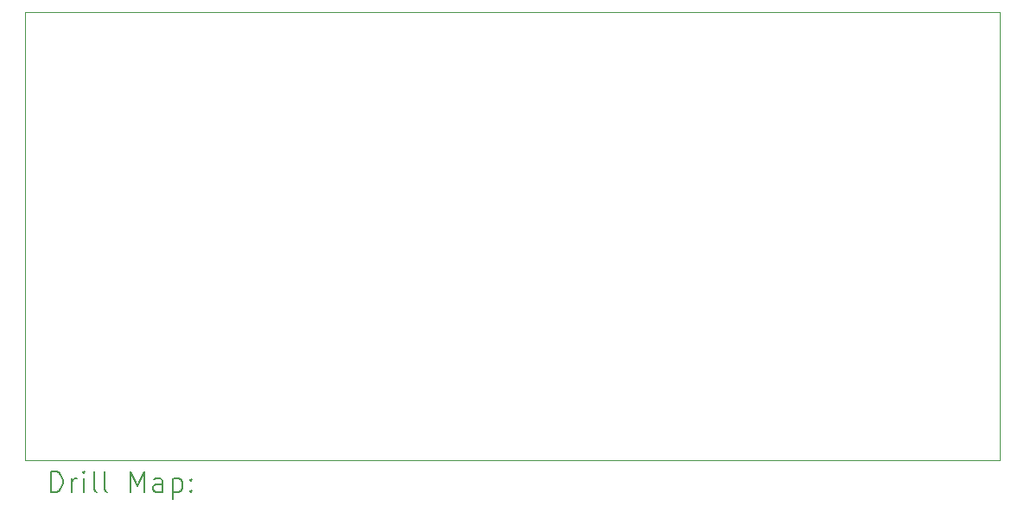
<source format=gbr>
%TF.GenerationSoftware,KiCad,Pcbnew,8.0.6*%
%TF.CreationDate,2025-05-20T21:00:06-04:00*%
%TF.ProjectId,aquasage,61717561-7361-4676-952e-6b696361645f,rev?*%
%TF.SameCoordinates,Original*%
%TF.FileFunction,Drillmap*%
%TF.FilePolarity,Positive*%
%FSLAX45Y45*%
G04 Gerber Fmt 4.5, Leading zero omitted, Abs format (unit mm)*
G04 Created by KiCad (PCBNEW 8.0.6) date 2025-05-20 21:00:06*
%MOMM*%
%LPD*%
G01*
G04 APERTURE LIST*
%ADD10C,0.050000*%
%ADD11C,0.200000*%
G04 APERTURE END LIST*
D10*
X5298440Y-2489200D02*
X14851380Y-2489200D01*
X14851380Y-6880860D01*
X5298440Y-6880860D01*
X5298440Y-2489200D01*
D11*
X5556717Y-7194844D02*
X5556717Y-6994844D01*
X5556717Y-6994844D02*
X5604336Y-6994844D01*
X5604336Y-6994844D02*
X5632907Y-7004368D01*
X5632907Y-7004368D02*
X5651955Y-7023415D01*
X5651955Y-7023415D02*
X5661479Y-7042463D01*
X5661479Y-7042463D02*
X5671002Y-7080558D01*
X5671002Y-7080558D02*
X5671002Y-7109129D01*
X5671002Y-7109129D02*
X5661479Y-7147225D01*
X5661479Y-7147225D02*
X5651955Y-7166272D01*
X5651955Y-7166272D02*
X5632907Y-7185320D01*
X5632907Y-7185320D02*
X5604336Y-7194844D01*
X5604336Y-7194844D02*
X5556717Y-7194844D01*
X5756717Y-7194844D02*
X5756717Y-7061510D01*
X5756717Y-7099606D02*
X5766241Y-7080558D01*
X5766241Y-7080558D02*
X5775764Y-7071034D01*
X5775764Y-7071034D02*
X5794812Y-7061510D01*
X5794812Y-7061510D02*
X5813860Y-7061510D01*
X5880526Y-7194844D02*
X5880526Y-7061510D01*
X5880526Y-6994844D02*
X5871002Y-7004368D01*
X5871002Y-7004368D02*
X5880526Y-7013891D01*
X5880526Y-7013891D02*
X5890050Y-7004368D01*
X5890050Y-7004368D02*
X5880526Y-6994844D01*
X5880526Y-6994844D02*
X5880526Y-7013891D01*
X6004336Y-7194844D02*
X5985288Y-7185320D01*
X5985288Y-7185320D02*
X5975764Y-7166272D01*
X5975764Y-7166272D02*
X5975764Y-6994844D01*
X6109098Y-7194844D02*
X6090050Y-7185320D01*
X6090050Y-7185320D02*
X6080526Y-7166272D01*
X6080526Y-7166272D02*
X6080526Y-6994844D01*
X6337669Y-7194844D02*
X6337669Y-6994844D01*
X6337669Y-6994844D02*
X6404336Y-7137701D01*
X6404336Y-7137701D02*
X6471002Y-6994844D01*
X6471002Y-6994844D02*
X6471002Y-7194844D01*
X6651955Y-7194844D02*
X6651955Y-7090082D01*
X6651955Y-7090082D02*
X6642431Y-7071034D01*
X6642431Y-7071034D02*
X6623383Y-7061510D01*
X6623383Y-7061510D02*
X6585288Y-7061510D01*
X6585288Y-7061510D02*
X6566241Y-7071034D01*
X6651955Y-7185320D02*
X6632907Y-7194844D01*
X6632907Y-7194844D02*
X6585288Y-7194844D01*
X6585288Y-7194844D02*
X6566241Y-7185320D01*
X6566241Y-7185320D02*
X6556717Y-7166272D01*
X6556717Y-7166272D02*
X6556717Y-7147225D01*
X6556717Y-7147225D02*
X6566241Y-7128177D01*
X6566241Y-7128177D02*
X6585288Y-7118653D01*
X6585288Y-7118653D02*
X6632907Y-7118653D01*
X6632907Y-7118653D02*
X6651955Y-7109129D01*
X6747193Y-7061510D02*
X6747193Y-7261510D01*
X6747193Y-7071034D02*
X6766241Y-7061510D01*
X6766241Y-7061510D02*
X6804336Y-7061510D01*
X6804336Y-7061510D02*
X6823383Y-7071034D01*
X6823383Y-7071034D02*
X6832907Y-7080558D01*
X6832907Y-7080558D02*
X6842431Y-7099606D01*
X6842431Y-7099606D02*
X6842431Y-7156748D01*
X6842431Y-7156748D02*
X6832907Y-7175796D01*
X6832907Y-7175796D02*
X6823383Y-7185320D01*
X6823383Y-7185320D02*
X6804336Y-7194844D01*
X6804336Y-7194844D02*
X6766241Y-7194844D01*
X6766241Y-7194844D02*
X6747193Y-7185320D01*
X6928145Y-7175796D02*
X6937669Y-7185320D01*
X6937669Y-7185320D02*
X6928145Y-7194844D01*
X6928145Y-7194844D02*
X6918622Y-7185320D01*
X6918622Y-7185320D02*
X6928145Y-7175796D01*
X6928145Y-7175796D02*
X6928145Y-7194844D01*
X6928145Y-7071034D02*
X6937669Y-7080558D01*
X6937669Y-7080558D02*
X6928145Y-7090082D01*
X6928145Y-7090082D02*
X6918622Y-7080558D01*
X6918622Y-7080558D02*
X6928145Y-7071034D01*
X6928145Y-7071034D02*
X6928145Y-7090082D01*
M02*

</source>
